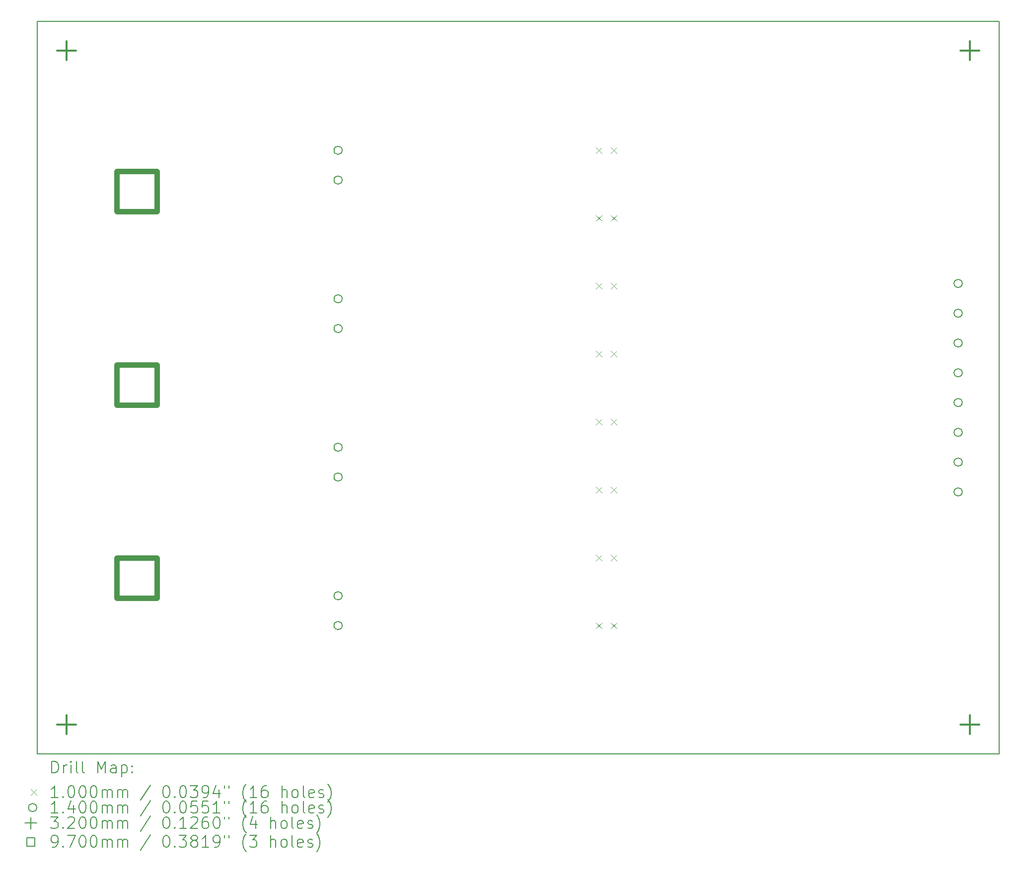
<source format=gbr>
%TF.GenerationSoftware,KiCad,Pcbnew,(6.0.11)*%
%TF.CreationDate,2023-08-08T10:57:55-03:00*%
%TF.ProjectId,qds-cv-jig-hw,7164732d-6376-42d6-9a69-672d68772e6b,rev?*%
%TF.SameCoordinates,Original*%
%TF.FileFunction,Drillmap*%
%TF.FilePolarity,Positive*%
%FSLAX45Y45*%
G04 Gerber Fmt 4.5, Leading zero omitted, Abs format (unit mm)*
G04 Created by KiCad (PCBNEW (6.0.11)) date 2023-08-08 10:57:55*
%MOMM*%
%LPD*%
G01*
G04 APERTURE LIST*
%ADD10C,0.200000*%
%ADD11C,0.100000*%
%ADD12C,0.140000*%
%ADD13C,0.320000*%
%ADD14C,0.970000*%
G04 APERTURE END LIST*
D10*
X6300000Y-3500000D02*
X22700000Y-3500000D01*
X22700000Y-3500000D02*
X22700000Y-16000000D01*
X22700000Y-16000000D02*
X6300000Y-16000000D01*
X6300000Y-16000000D02*
X6300000Y-3500000D01*
D11*
X15822500Y-5650000D02*
X15922500Y-5750000D01*
X15922500Y-5650000D02*
X15822500Y-5750000D01*
X15822500Y-6808286D02*
X15922500Y-6908286D01*
X15922500Y-6808286D02*
X15822500Y-6908286D01*
X15822500Y-7966571D02*
X15922500Y-8066571D01*
X15922500Y-7966571D02*
X15822500Y-8066571D01*
X15822500Y-9124857D02*
X15922500Y-9224857D01*
X15922500Y-9124857D02*
X15822500Y-9224857D01*
X15822500Y-10283143D02*
X15922500Y-10383143D01*
X15922500Y-10283143D02*
X15822500Y-10383143D01*
X15822500Y-11441428D02*
X15922500Y-11541428D01*
X15922500Y-11441428D02*
X15822500Y-11541428D01*
X15822500Y-12599714D02*
X15922500Y-12699714D01*
X15922500Y-12599714D02*
X15822500Y-12699714D01*
X15822500Y-13758000D02*
X15922500Y-13858000D01*
X15922500Y-13758000D02*
X15822500Y-13858000D01*
X16076500Y-5650000D02*
X16176500Y-5750000D01*
X16176500Y-5650000D02*
X16076500Y-5750000D01*
X16076500Y-6808286D02*
X16176500Y-6908286D01*
X16176500Y-6808286D02*
X16076500Y-6908286D01*
X16076500Y-7966571D02*
X16176500Y-8066571D01*
X16176500Y-7966571D02*
X16076500Y-8066571D01*
X16076500Y-9124857D02*
X16176500Y-9224857D01*
X16176500Y-9124857D02*
X16076500Y-9224857D01*
X16076500Y-10283143D02*
X16176500Y-10383143D01*
X16176500Y-10283143D02*
X16076500Y-10383143D01*
X16076500Y-11441428D02*
X16176500Y-11541428D01*
X16176500Y-11441428D02*
X16076500Y-11541428D01*
X16076500Y-12599714D02*
X16176500Y-12699714D01*
X16176500Y-12599714D02*
X16076500Y-12699714D01*
X16076500Y-13758000D02*
X16176500Y-13858000D01*
X16176500Y-13758000D02*
X16076500Y-13858000D01*
D12*
X11497750Y-5700000D02*
G75*
G03*
X11497750Y-5700000I-70000J0D01*
G01*
X11497750Y-6208000D02*
G75*
G03*
X11497750Y-6208000I-70000J0D01*
G01*
X11497750Y-8233333D02*
G75*
G03*
X11497750Y-8233333I-70000J0D01*
G01*
X11497750Y-8741333D02*
G75*
G03*
X11497750Y-8741333I-70000J0D01*
G01*
X11497750Y-10766667D02*
G75*
G03*
X11497750Y-10766667I-70000J0D01*
G01*
X11497750Y-11274667D02*
G75*
G03*
X11497750Y-11274667I-70000J0D01*
G01*
X11497750Y-13300000D02*
G75*
G03*
X11497750Y-13300000I-70000J0D01*
G01*
X11497750Y-13808000D02*
G75*
G03*
X11497750Y-13808000I-70000J0D01*
G01*
X22070000Y-7972000D02*
G75*
G03*
X22070000Y-7972000I-70000J0D01*
G01*
X22070000Y-8480000D02*
G75*
G03*
X22070000Y-8480000I-70000J0D01*
G01*
X22070000Y-8988000D02*
G75*
G03*
X22070000Y-8988000I-70000J0D01*
G01*
X22070000Y-9496000D02*
G75*
G03*
X22070000Y-9496000I-70000J0D01*
G01*
X22070000Y-10004000D02*
G75*
G03*
X22070000Y-10004000I-70000J0D01*
G01*
X22070000Y-10512000D02*
G75*
G03*
X22070000Y-10512000I-70000J0D01*
G01*
X22070000Y-11020000D02*
G75*
G03*
X22070000Y-11020000I-70000J0D01*
G01*
X22070000Y-11528000D02*
G75*
G03*
X22070000Y-11528000I-70000J0D01*
G01*
D13*
X6800000Y-3840000D02*
X6800000Y-4160000D01*
X6640000Y-4000000D02*
X6960000Y-4000000D01*
X6800000Y-15340000D02*
X6800000Y-15660000D01*
X6640000Y-15500000D02*
X6960000Y-15500000D01*
X22200000Y-3840000D02*
X22200000Y-4160000D01*
X22040000Y-4000000D02*
X22360000Y-4000000D01*
X22200000Y-15340000D02*
X22200000Y-15660000D01*
X22040000Y-15500000D02*
X22360000Y-15500000D01*
D14*
X8342950Y-6742950D02*
X8342950Y-6057050D01*
X7657050Y-6057050D01*
X7657050Y-6742950D01*
X8342950Y-6742950D01*
X8342950Y-10042950D02*
X8342950Y-9357050D01*
X7657050Y-9357050D01*
X7657050Y-10042950D01*
X8342950Y-10042950D01*
X8342950Y-13342950D02*
X8342950Y-12657050D01*
X7657050Y-12657050D01*
X7657050Y-13342950D01*
X8342950Y-13342950D01*
D10*
X6547619Y-16320476D02*
X6547619Y-16120476D01*
X6595238Y-16120476D01*
X6623809Y-16130000D01*
X6642857Y-16149048D01*
X6652381Y-16168095D01*
X6661905Y-16206190D01*
X6661905Y-16234762D01*
X6652381Y-16272857D01*
X6642857Y-16291905D01*
X6623809Y-16310952D01*
X6595238Y-16320476D01*
X6547619Y-16320476D01*
X6747619Y-16320476D02*
X6747619Y-16187143D01*
X6747619Y-16225238D02*
X6757143Y-16206190D01*
X6766667Y-16196667D01*
X6785714Y-16187143D01*
X6804762Y-16187143D01*
X6871428Y-16320476D02*
X6871428Y-16187143D01*
X6871428Y-16120476D02*
X6861905Y-16130000D01*
X6871428Y-16139524D01*
X6880952Y-16130000D01*
X6871428Y-16120476D01*
X6871428Y-16139524D01*
X6995238Y-16320476D02*
X6976190Y-16310952D01*
X6966667Y-16291905D01*
X6966667Y-16120476D01*
X7100000Y-16320476D02*
X7080952Y-16310952D01*
X7071428Y-16291905D01*
X7071428Y-16120476D01*
X7328571Y-16320476D02*
X7328571Y-16120476D01*
X7395238Y-16263333D01*
X7461905Y-16120476D01*
X7461905Y-16320476D01*
X7642857Y-16320476D02*
X7642857Y-16215714D01*
X7633333Y-16196667D01*
X7614286Y-16187143D01*
X7576190Y-16187143D01*
X7557143Y-16196667D01*
X7642857Y-16310952D02*
X7623809Y-16320476D01*
X7576190Y-16320476D01*
X7557143Y-16310952D01*
X7547619Y-16291905D01*
X7547619Y-16272857D01*
X7557143Y-16253809D01*
X7576190Y-16244286D01*
X7623809Y-16244286D01*
X7642857Y-16234762D01*
X7738095Y-16187143D02*
X7738095Y-16387143D01*
X7738095Y-16196667D02*
X7757143Y-16187143D01*
X7795238Y-16187143D01*
X7814286Y-16196667D01*
X7823809Y-16206190D01*
X7833333Y-16225238D01*
X7833333Y-16282381D01*
X7823809Y-16301428D01*
X7814286Y-16310952D01*
X7795238Y-16320476D01*
X7757143Y-16320476D01*
X7738095Y-16310952D01*
X7919048Y-16301428D02*
X7928571Y-16310952D01*
X7919048Y-16320476D01*
X7909524Y-16310952D01*
X7919048Y-16301428D01*
X7919048Y-16320476D01*
X7919048Y-16196667D02*
X7928571Y-16206190D01*
X7919048Y-16215714D01*
X7909524Y-16206190D01*
X7919048Y-16196667D01*
X7919048Y-16215714D01*
D11*
X6190000Y-16600000D02*
X6290000Y-16700000D01*
X6290000Y-16600000D02*
X6190000Y-16700000D01*
D10*
X6652381Y-16740476D02*
X6538095Y-16740476D01*
X6595238Y-16740476D02*
X6595238Y-16540476D01*
X6576190Y-16569048D01*
X6557143Y-16588095D01*
X6538095Y-16597619D01*
X6738095Y-16721428D02*
X6747619Y-16730952D01*
X6738095Y-16740476D01*
X6728571Y-16730952D01*
X6738095Y-16721428D01*
X6738095Y-16740476D01*
X6871428Y-16540476D02*
X6890476Y-16540476D01*
X6909524Y-16550000D01*
X6919048Y-16559524D01*
X6928571Y-16578571D01*
X6938095Y-16616667D01*
X6938095Y-16664286D01*
X6928571Y-16702381D01*
X6919048Y-16721428D01*
X6909524Y-16730952D01*
X6890476Y-16740476D01*
X6871428Y-16740476D01*
X6852381Y-16730952D01*
X6842857Y-16721428D01*
X6833333Y-16702381D01*
X6823809Y-16664286D01*
X6823809Y-16616667D01*
X6833333Y-16578571D01*
X6842857Y-16559524D01*
X6852381Y-16550000D01*
X6871428Y-16540476D01*
X7061905Y-16540476D02*
X7080952Y-16540476D01*
X7100000Y-16550000D01*
X7109524Y-16559524D01*
X7119048Y-16578571D01*
X7128571Y-16616667D01*
X7128571Y-16664286D01*
X7119048Y-16702381D01*
X7109524Y-16721428D01*
X7100000Y-16730952D01*
X7080952Y-16740476D01*
X7061905Y-16740476D01*
X7042857Y-16730952D01*
X7033333Y-16721428D01*
X7023809Y-16702381D01*
X7014286Y-16664286D01*
X7014286Y-16616667D01*
X7023809Y-16578571D01*
X7033333Y-16559524D01*
X7042857Y-16550000D01*
X7061905Y-16540476D01*
X7252381Y-16540476D02*
X7271428Y-16540476D01*
X7290476Y-16550000D01*
X7300000Y-16559524D01*
X7309524Y-16578571D01*
X7319048Y-16616667D01*
X7319048Y-16664286D01*
X7309524Y-16702381D01*
X7300000Y-16721428D01*
X7290476Y-16730952D01*
X7271428Y-16740476D01*
X7252381Y-16740476D01*
X7233333Y-16730952D01*
X7223809Y-16721428D01*
X7214286Y-16702381D01*
X7204762Y-16664286D01*
X7204762Y-16616667D01*
X7214286Y-16578571D01*
X7223809Y-16559524D01*
X7233333Y-16550000D01*
X7252381Y-16540476D01*
X7404762Y-16740476D02*
X7404762Y-16607143D01*
X7404762Y-16626190D02*
X7414286Y-16616667D01*
X7433333Y-16607143D01*
X7461905Y-16607143D01*
X7480952Y-16616667D01*
X7490476Y-16635714D01*
X7490476Y-16740476D01*
X7490476Y-16635714D02*
X7500000Y-16616667D01*
X7519048Y-16607143D01*
X7547619Y-16607143D01*
X7566667Y-16616667D01*
X7576190Y-16635714D01*
X7576190Y-16740476D01*
X7671428Y-16740476D02*
X7671428Y-16607143D01*
X7671428Y-16626190D02*
X7680952Y-16616667D01*
X7700000Y-16607143D01*
X7728571Y-16607143D01*
X7747619Y-16616667D01*
X7757143Y-16635714D01*
X7757143Y-16740476D01*
X7757143Y-16635714D02*
X7766667Y-16616667D01*
X7785714Y-16607143D01*
X7814286Y-16607143D01*
X7833333Y-16616667D01*
X7842857Y-16635714D01*
X7842857Y-16740476D01*
X8233333Y-16530952D02*
X8061905Y-16788095D01*
X8490476Y-16540476D02*
X8509524Y-16540476D01*
X8528571Y-16550000D01*
X8538095Y-16559524D01*
X8547619Y-16578571D01*
X8557143Y-16616667D01*
X8557143Y-16664286D01*
X8547619Y-16702381D01*
X8538095Y-16721428D01*
X8528571Y-16730952D01*
X8509524Y-16740476D01*
X8490476Y-16740476D01*
X8471429Y-16730952D01*
X8461905Y-16721428D01*
X8452381Y-16702381D01*
X8442857Y-16664286D01*
X8442857Y-16616667D01*
X8452381Y-16578571D01*
X8461905Y-16559524D01*
X8471429Y-16550000D01*
X8490476Y-16540476D01*
X8642857Y-16721428D02*
X8652381Y-16730952D01*
X8642857Y-16740476D01*
X8633333Y-16730952D01*
X8642857Y-16721428D01*
X8642857Y-16740476D01*
X8776190Y-16540476D02*
X8795238Y-16540476D01*
X8814286Y-16550000D01*
X8823810Y-16559524D01*
X8833333Y-16578571D01*
X8842857Y-16616667D01*
X8842857Y-16664286D01*
X8833333Y-16702381D01*
X8823810Y-16721428D01*
X8814286Y-16730952D01*
X8795238Y-16740476D01*
X8776190Y-16740476D01*
X8757143Y-16730952D01*
X8747619Y-16721428D01*
X8738095Y-16702381D01*
X8728571Y-16664286D01*
X8728571Y-16616667D01*
X8738095Y-16578571D01*
X8747619Y-16559524D01*
X8757143Y-16550000D01*
X8776190Y-16540476D01*
X8909524Y-16540476D02*
X9033333Y-16540476D01*
X8966667Y-16616667D01*
X8995238Y-16616667D01*
X9014286Y-16626190D01*
X9023810Y-16635714D01*
X9033333Y-16654762D01*
X9033333Y-16702381D01*
X9023810Y-16721428D01*
X9014286Y-16730952D01*
X8995238Y-16740476D01*
X8938095Y-16740476D01*
X8919048Y-16730952D01*
X8909524Y-16721428D01*
X9128571Y-16740476D02*
X9166667Y-16740476D01*
X9185714Y-16730952D01*
X9195238Y-16721428D01*
X9214286Y-16692857D01*
X9223810Y-16654762D01*
X9223810Y-16578571D01*
X9214286Y-16559524D01*
X9204762Y-16550000D01*
X9185714Y-16540476D01*
X9147619Y-16540476D01*
X9128571Y-16550000D01*
X9119048Y-16559524D01*
X9109524Y-16578571D01*
X9109524Y-16626190D01*
X9119048Y-16645238D01*
X9128571Y-16654762D01*
X9147619Y-16664286D01*
X9185714Y-16664286D01*
X9204762Y-16654762D01*
X9214286Y-16645238D01*
X9223810Y-16626190D01*
X9395238Y-16607143D02*
X9395238Y-16740476D01*
X9347619Y-16530952D02*
X9300000Y-16673809D01*
X9423810Y-16673809D01*
X9490476Y-16540476D02*
X9490476Y-16578571D01*
X9566667Y-16540476D02*
X9566667Y-16578571D01*
X9861905Y-16816667D02*
X9852381Y-16807143D01*
X9833333Y-16778571D01*
X9823810Y-16759524D01*
X9814286Y-16730952D01*
X9804762Y-16683333D01*
X9804762Y-16645238D01*
X9814286Y-16597619D01*
X9823810Y-16569048D01*
X9833333Y-16550000D01*
X9852381Y-16521428D01*
X9861905Y-16511905D01*
X10042857Y-16740476D02*
X9928571Y-16740476D01*
X9985714Y-16740476D02*
X9985714Y-16540476D01*
X9966667Y-16569048D01*
X9947619Y-16588095D01*
X9928571Y-16597619D01*
X10214286Y-16540476D02*
X10176190Y-16540476D01*
X10157143Y-16550000D01*
X10147619Y-16559524D01*
X10128571Y-16588095D01*
X10119048Y-16626190D01*
X10119048Y-16702381D01*
X10128571Y-16721428D01*
X10138095Y-16730952D01*
X10157143Y-16740476D01*
X10195238Y-16740476D01*
X10214286Y-16730952D01*
X10223810Y-16721428D01*
X10233333Y-16702381D01*
X10233333Y-16654762D01*
X10223810Y-16635714D01*
X10214286Y-16626190D01*
X10195238Y-16616667D01*
X10157143Y-16616667D01*
X10138095Y-16626190D01*
X10128571Y-16635714D01*
X10119048Y-16654762D01*
X10471429Y-16740476D02*
X10471429Y-16540476D01*
X10557143Y-16740476D02*
X10557143Y-16635714D01*
X10547619Y-16616667D01*
X10528571Y-16607143D01*
X10500000Y-16607143D01*
X10480952Y-16616667D01*
X10471429Y-16626190D01*
X10680952Y-16740476D02*
X10661905Y-16730952D01*
X10652381Y-16721428D01*
X10642857Y-16702381D01*
X10642857Y-16645238D01*
X10652381Y-16626190D01*
X10661905Y-16616667D01*
X10680952Y-16607143D01*
X10709524Y-16607143D01*
X10728571Y-16616667D01*
X10738095Y-16626190D01*
X10747619Y-16645238D01*
X10747619Y-16702381D01*
X10738095Y-16721428D01*
X10728571Y-16730952D01*
X10709524Y-16740476D01*
X10680952Y-16740476D01*
X10861905Y-16740476D02*
X10842857Y-16730952D01*
X10833333Y-16711905D01*
X10833333Y-16540476D01*
X11014286Y-16730952D02*
X10995238Y-16740476D01*
X10957143Y-16740476D01*
X10938095Y-16730952D01*
X10928571Y-16711905D01*
X10928571Y-16635714D01*
X10938095Y-16616667D01*
X10957143Y-16607143D01*
X10995238Y-16607143D01*
X11014286Y-16616667D01*
X11023810Y-16635714D01*
X11023810Y-16654762D01*
X10928571Y-16673809D01*
X11100000Y-16730952D02*
X11119048Y-16740476D01*
X11157143Y-16740476D01*
X11176190Y-16730952D01*
X11185714Y-16711905D01*
X11185714Y-16702381D01*
X11176190Y-16683333D01*
X11157143Y-16673809D01*
X11128571Y-16673809D01*
X11109524Y-16664286D01*
X11100000Y-16645238D01*
X11100000Y-16635714D01*
X11109524Y-16616667D01*
X11128571Y-16607143D01*
X11157143Y-16607143D01*
X11176190Y-16616667D01*
X11252381Y-16816667D02*
X11261905Y-16807143D01*
X11280952Y-16778571D01*
X11290476Y-16759524D01*
X11300000Y-16730952D01*
X11309524Y-16683333D01*
X11309524Y-16645238D01*
X11300000Y-16597619D01*
X11290476Y-16569048D01*
X11280952Y-16550000D01*
X11261905Y-16521428D01*
X11252381Y-16511905D01*
D12*
X6290000Y-16914000D02*
G75*
G03*
X6290000Y-16914000I-70000J0D01*
G01*
D10*
X6652381Y-17004476D02*
X6538095Y-17004476D01*
X6595238Y-17004476D02*
X6595238Y-16804476D01*
X6576190Y-16833048D01*
X6557143Y-16852095D01*
X6538095Y-16861619D01*
X6738095Y-16985429D02*
X6747619Y-16994952D01*
X6738095Y-17004476D01*
X6728571Y-16994952D01*
X6738095Y-16985429D01*
X6738095Y-17004476D01*
X6919048Y-16871143D02*
X6919048Y-17004476D01*
X6871428Y-16794952D02*
X6823809Y-16937810D01*
X6947619Y-16937810D01*
X7061905Y-16804476D02*
X7080952Y-16804476D01*
X7100000Y-16814000D01*
X7109524Y-16823524D01*
X7119048Y-16842571D01*
X7128571Y-16880667D01*
X7128571Y-16928286D01*
X7119048Y-16966381D01*
X7109524Y-16985429D01*
X7100000Y-16994952D01*
X7080952Y-17004476D01*
X7061905Y-17004476D01*
X7042857Y-16994952D01*
X7033333Y-16985429D01*
X7023809Y-16966381D01*
X7014286Y-16928286D01*
X7014286Y-16880667D01*
X7023809Y-16842571D01*
X7033333Y-16823524D01*
X7042857Y-16814000D01*
X7061905Y-16804476D01*
X7252381Y-16804476D02*
X7271428Y-16804476D01*
X7290476Y-16814000D01*
X7300000Y-16823524D01*
X7309524Y-16842571D01*
X7319048Y-16880667D01*
X7319048Y-16928286D01*
X7309524Y-16966381D01*
X7300000Y-16985429D01*
X7290476Y-16994952D01*
X7271428Y-17004476D01*
X7252381Y-17004476D01*
X7233333Y-16994952D01*
X7223809Y-16985429D01*
X7214286Y-16966381D01*
X7204762Y-16928286D01*
X7204762Y-16880667D01*
X7214286Y-16842571D01*
X7223809Y-16823524D01*
X7233333Y-16814000D01*
X7252381Y-16804476D01*
X7404762Y-17004476D02*
X7404762Y-16871143D01*
X7404762Y-16890190D02*
X7414286Y-16880667D01*
X7433333Y-16871143D01*
X7461905Y-16871143D01*
X7480952Y-16880667D01*
X7490476Y-16899714D01*
X7490476Y-17004476D01*
X7490476Y-16899714D02*
X7500000Y-16880667D01*
X7519048Y-16871143D01*
X7547619Y-16871143D01*
X7566667Y-16880667D01*
X7576190Y-16899714D01*
X7576190Y-17004476D01*
X7671428Y-17004476D02*
X7671428Y-16871143D01*
X7671428Y-16890190D02*
X7680952Y-16880667D01*
X7700000Y-16871143D01*
X7728571Y-16871143D01*
X7747619Y-16880667D01*
X7757143Y-16899714D01*
X7757143Y-17004476D01*
X7757143Y-16899714D02*
X7766667Y-16880667D01*
X7785714Y-16871143D01*
X7814286Y-16871143D01*
X7833333Y-16880667D01*
X7842857Y-16899714D01*
X7842857Y-17004476D01*
X8233333Y-16794952D02*
X8061905Y-17052095D01*
X8490476Y-16804476D02*
X8509524Y-16804476D01*
X8528571Y-16814000D01*
X8538095Y-16823524D01*
X8547619Y-16842571D01*
X8557143Y-16880667D01*
X8557143Y-16928286D01*
X8547619Y-16966381D01*
X8538095Y-16985429D01*
X8528571Y-16994952D01*
X8509524Y-17004476D01*
X8490476Y-17004476D01*
X8471429Y-16994952D01*
X8461905Y-16985429D01*
X8452381Y-16966381D01*
X8442857Y-16928286D01*
X8442857Y-16880667D01*
X8452381Y-16842571D01*
X8461905Y-16823524D01*
X8471429Y-16814000D01*
X8490476Y-16804476D01*
X8642857Y-16985429D02*
X8652381Y-16994952D01*
X8642857Y-17004476D01*
X8633333Y-16994952D01*
X8642857Y-16985429D01*
X8642857Y-17004476D01*
X8776190Y-16804476D02*
X8795238Y-16804476D01*
X8814286Y-16814000D01*
X8823810Y-16823524D01*
X8833333Y-16842571D01*
X8842857Y-16880667D01*
X8842857Y-16928286D01*
X8833333Y-16966381D01*
X8823810Y-16985429D01*
X8814286Y-16994952D01*
X8795238Y-17004476D01*
X8776190Y-17004476D01*
X8757143Y-16994952D01*
X8747619Y-16985429D01*
X8738095Y-16966381D01*
X8728571Y-16928286D01*
X8728571Y-16880667D01*
X8738095Y-16842571D01*
X8747619Y-16823524D01*
X8757143Y-16814000D01*
X8776190Y-16804476D01*
X9023810Y-16804476D02*
X8928571Y-16804476D01*
X8919048Y-16899714D01*
X8928571Y-16890190D01*
X8947619Y-16880667D01*
X8995238Y-16880667D01*
X9014286Y-16890190D01*
X9023810Y-16899714D01*
X9033333Y-16918762D01*
X9033333Y-16966381D01*
X9023810Y-16985429D01*
X9014286Y-16994952D01*
X8995238Y-17004476D01*
X8947619Y-17004476D01*
X8928571Y-16994952D01*
X8919048Y-16985429D01*
X9214286Y-16804476D02*
X9119048Y-16804476D01*
X9109524Y-16899714D01*
X9119048Y-16890190D01*
X9138095Y-16880667D01*
X9185714Y-16880667D01*
X9204762Y-16890190D01*
X9214286Y-16899714D01*
X9223810Y-16918762D01*
X9223810Y-16966381D01*
X9214286Y-16985429D01*
X9204762Y-16994952D01*
X9185714Y-17004476D01*
X9138095Y-17004476D01*
X9119048Y-16994952D01*
X9109524Y-16985429D01*
X9414286Y-17004476D02*
X9300000Y-17004476D01*
X9357143Y-17004476D02*
X9357143Y-16804476D01*
X9338095Y-16833048D01*
X9319048Y-16852095D01*
X9300000Y-16861619D01*
X9490476Y-16804476D02*
X9490476Y-16842571D01*
X9566667Y-16804476D02*
X9566667Y-16842571D01*
X9861905Y-17080667D02*
X9852381Y-17071143D01*
X9833333Y-17042571D01*
X9823810Y-17023524D01*
X9814286Y-16994952D01*
X9804762Y-16947333D01*
X9804762Y-16909238D01*
X9814286Y-16861619D01*
X9823810Y-16833048D01*
X9833333Y-16814000D01*
X9852381Y-16785429D01*
X9861905Y-16775905D01*
X10042857Y-17004476D02*
X9928571Y-17004476D01*
X9985714Y-17004476D02*
X9985714Y-16804476D01*
X9966667Y-16833048D01*
X9947619Y-16852095D01*
X9928571Y-16861619D01*
X10214286Y-16804476D02*
X10176190Y-16804476D01*
X10157143Y-16814000D01*
X10147619Y-16823524D01*
X10128571Y-16852095D01*
X10119048Y-16890190D01*
X10119048Y-16966381D01*
X10128571Y-16985429D01*
X10138095Y-16994952D01*
X10157143Y-17004476D01*
X10195238Y-17004476D01*
X10214286Y-16994952D01*
X10223810Y-16985429D01*
X10233333Y-16966381D01*
X10233333Y-16918762D01*
X10223810Y-16899714D01*
X10214286Y-16890190D01*
X10195238Y-16880667D01*
X10157143Y-16880667D01*
X10138095Y-16890190D01*
X10128571Y-16899714D01*
X10119048Y-16918762D01*
X10471429Y-17004476D02*
X10471429Y-16804476D01*
X10557143Y-17004476D02*
X10557143Y-16899714D01*
X10547619Y-16880667D01*
X10528571Y-16871143D01*
X10500000Y-16871143D01*
X10480952Y-16880667D01*
X10471429Y-16890190D01*
X10680952Y-17004476D02*
X10661905Y-16994952D01*
X10652381Y-16985429D01*
X10642857Y-16966381D01*
X10642857Y-16909238D01*
X10652381Y-16890190D01*
X10661905Y-16880667D01*
X10680952Y-16871143D01*
X10709524Y-16871143D01*
X10728571Y-16880667D01*
X10738095Y-16890190D01*
X10747619Y-16909238D01*
X10747619Y-16966381D01*
X10738095Y-16985429D01*
X10728571Y-16994952D01*
X10709524Y-17004476D01*
X10680952Y-17004476D01*
X10861905Y-17004476D02*
X10842857Y-16994952D01*
X10833333Y-16975905D01*
X10833333Y-16804476D01*
X11014286Y-16994952D02*
X10995238Y-17004476D01*
X10957143Y-17004476D01*
X10938095Y-16994952D01*
X10928571Y-16975905D01*
X10928571Y-16899714D01*
X10938095Y-16880667D01*
X10957143Y-16871143D01*
X10995238Y-16871143D01*
X11014286Y-16880667D01*
X11023810Y-16899714D01*
X11023810Y-16918762D01*
X10928571Y-16937810D01*
X11100000Y-16994952D02*
X11119048Y-17004476D01*
X11157143Y-17004476D01*
X11176190Y-16994952D01*
X11185714Y-16975905D01*
X11185714Y-16966381D01*
X11176190Y-16947333D01*
X11157143Y-16937810D01*
X11128571Y-16937810D01*
X11109524Y-16928286D01*
X11100000Y-16909238D01*
X11100000Y-16899714D01*
X11109524Y-16880667D01*
X11128571Y-16871143D01*
X11157143Y-16871143D01*
X11176190Y-16880667D01*
X11252381Y-17080667D02*
X11261905Y-17071143D01*
X11280952Y-17042571D01*
X11290476Y-17023524D01*
X11300000Y-16994952D01*
X11309524Y-16947333D01*
X11309524Y-16909238D01*
X11300000Y-16861619D01*
X11290476Y-16833048D01*
X11280952Y-16814000D01*
X11261905Y-16785429D01*
X11252381Y-16775905D01*
X6190000Y-17078000D02*
X6190000Y-17278000D01*
X6090000Y-17178000D02*
X6290000Y-17178000D01*
X6528571Y-17068476D02*
X6652381Y-17068476D01*
X6585714Y-17144667D01*
X6614286Y-17144667D01*
X6633333Y-17154190D01*
X6642857Y-17163714D01*
X6652381Y-17182762D01*
X6652381Y-17230381D01*
X6642857Y-17249429D01*
X6633333Y-17258952D01*
X6614286Y-17268476D01*
X6557143Y-17268476D01*
X6538095Y-17258952D01*
X6528571Y-17249429D01*
X6738095Y-17249429D02*
X6747619Y-17258952D01*
X6738095Y-17268476D01*
X6728571Y-17258952D01*
X6738095Y-17249429D01*
X6738095Y-17268476D01*
X6823809Y-17087524D02*
X6833333Y-17078000D01*
X6852381Y-17068476D01*
X6900000Y-17068476D01*
X6919048Y-17078000D01*
X6928571Y-17087524D01*
X6938095Y-17106571D01*
X6938095Y-17125619D01*
X6928571Y-17154190D01*
X6814286Y-17268476D01*
X6938095Y-17268476D01*
X7061905Y-17068476D02*
X7080952Y-17068476D01*
X7100000Y-17078000D01*
X7109524Y-17087524D01*
X7119048Y-17106571D01*
X7128571Y-17144667D01*
X7128571Y-17192286D01*
X7119048Y-17230381D01*
X7109524Y-17249429D01*
X7100000Y-17258952D01*
X7080952Y-17268476D01*
X7061905Y-17268476D01*
X7042857Y-17258952D01*
X7033333Y-17249429D01*
X7023809Y-17230381D01*
X7014286Y-17192286D01*
X7014286Y-17144667D01*
X7023809Y-17106571D01*
X7033333Y-17087524D01*
X7042857Y-17078000D01*
X7061905Y-17068476D01*
X7252381Y-17068476D02*
X7271428Y-17068476D01*
X7290476Y-17078000D01*
X7300000Y-17087524D01*
X7309524Y-17106571D01*
X7319048Y-17144667D01*
X7319048Y-17192286D01*
X7309524Y-17230381D01*
X7300000Y-17249429D01*
X7290476Y-17258952D01*
X7271428Y-17268476D01*
X7252381Y-17268476D01*
X7233333Y-17258952D01*
X7223809Y-17249429D01*
X7214286Y-17230381D01*
X7204762Y-17192286D01*
X7204762Y-17144667D01*
X7214286Y-17106571D01*
X7223809Y-17087524D01*
X7233333Y-17078000D01*
X7252381Y-17068476D01*
X7404762Y-17268476D02*
X7404762Y-17135143D01*
X7404762Y-17154190D02*
X7414286Y-17144667D01*
X7433333Y-17135143D01*
X7461905Y-17135143D01*
X7480952Y-17144667D01*
X7490476Y-17163714D01*
X7490476Y-17268476D01*
X7490476Y-17163714D02*
X7500000Y-17144667D01*
X7519048Y-17135143D01*
X7547619Y-17135143D01*
X7566667Y-17144667D01*
X7576190Y-17163714D01*
X7576190Y-17268476D01*
X7671428Y-17268476D02*
X7671428Y-17135143D01*
X7671428Y-17154190D02*
X7680952Y-17144667D01*
X7700000Y-17135143D01*
X7728571Y-17135143D01*
X7747619Y-17144667D01*
X7757143Y-17163714D01*
X7757143Y-17268476D01*
X7757143Y-17163714D02*
X7766667Y-17144667D01*
X7785714Y-17135143D01*
X7814286Y-17135143D01*
X7833333Y-17144667D01*
X7842857Y-17163714D01*
X7842857Y-17268476D01*
X8233333Y-17058952D02*
X8061905Y-17316095D01*
X8490476Y-17068476D02*
X8509524Y-17068476D01*
X8528571Y-17078000D01*
X8538095Y-17087524D01*
X8547619Y-17106571D01*
X8557143Y-17144667D01*
X8557143Y-17192286D01*
X8547619Y-17230381D01*
X8538095Y-17249429D01*
X8528571Y-17258952D01*
X8509524Y-17268476D01*
X8490476Y-17268476D01*
X8471429Y-17258952D01*
X8461905Y-17249429D01*
X8452381Y-17230381D01*
X8442857Y-17192286D01*
X8442857Y-17144667D01*
X8452381Y-17106571D01*
X8461905Y-17087524D01*
X8471429Y-17078000D01*
X8490476Y-17068476D01*
X8642857Y-17249429D02*
X8652381Y-17258952D01*
X8642857Y-17268476D01*
X8633333Y-17258952D01*
X8642857Y-17249429D01*
X8642857Y-17268476D01*
X8842857Y-17268476D02*
X8728571Y-17268476D01*
X8785714Y-17268476D02*
X8785714Y-17068476D01*
X8766667Y-17097048D01*
X8747619Y-17116095D01*
X8728571Y-17125619D01*
X8919048Y-17087524D02*
X8928571Y-17078000D01*
X8947619Y-17068476D01*
X8995238Y-17068476D01*
X9014286Y-17078000D01*
X9023810Y-17087524D01*
X9033333Y-17106571D01*
X9033333Y-17125619D01*
X9023810Y-17154190D01*
X8909524Y-17268476D01*
X9033333Y-17268476D01*
X9204762Y-17068476D02*
X9166667Y-17068476D01*
X9147619Y-17078000D01*
X9138095Y-17087524D01*
X9119048Y-17116095D01*
X9109524Y-17154190D01*
X9109524Y-17230381D01*
X9119048Y-17249429D01*
X9128571Y-17258952D01*
X9147619Y-17268476D01*
X9185714Y-17268476D01*
X9204762Y-17258952D01*
X9214286Y-17249429D01*
X9223810Y-17230381D01*
X9223810Y-17182762D01*
X9214286Y-17163714D01*
X9204762Y-17154190D01*
X9185714Y-17144667D01*
X9147619Y-17144667D01*
X9128571Y-17154190D01*
X9119048Y-17163714D01*
X9109524Y-17182762D01*
X9347619Y-17068476D02*
X9366667Y-17068476D01*
X9385714Y-17078000D01*
X9395238Y-17087524D01*
X9404762Y-17106571D01*
X9414286Y-17144667D01*
X9414286Y-17192286D01*
X9404762Y-17230381D01*
X9395238Y-17249429D01*
X9385714Y-17258952D01*
X9366667Y-17268476D01*
X9347619Y-17268476D01*
X9328571Y-17258952D01*
X9319048Y-17249429D01*
X9309524Y-17230381D01*
X9300000Y-17192286D01*
X9300000Y-17144667D01*
X9309524Y-17106571D01*
X9319048Y-17087524D01*
X9328571Y-17078000D01*
X9347619Y-17068476D01*
X9490476Y-17068476D02*
X9490476Y-17106571D01*
X9566667Y-17068476D02*
X9566667Y-17106571D01*
X9861905Y-17344667D02*
X9852381Y-17335143D01*
X9833333Y-17306571D01*
X9823810Y-17287524D01*
X9814286Y-17258952D01*
X9804762Y-17211333D01*
X9804762Y-17173238D01*
X9814286Y-17125619D01*
X9823810Y-17097048D01*
X9833333Y-17078000D01*
X9852381Y-17049429D01*
X9861905Y-17039905D01*
X10023810Y-17135143D02*
X10023810Y-17268476D01*
X9976190Y-17058952D02*
X9928571Y-17201810D01*
X10052381Y-17201810D01*
X10280952Y-17268476D02*
X10280952Y-17068476D01*
X10366667Y-17268476D02*
X10366667Y-17163714D01*
X10357143Y-17144667D01*
X10338095Y-17135143D01*
X10309524Y-17135143D01*
X10290476Y-17144667D01*
X10280952Y-17154190D01*
X10490476Y-17268476D02*
X10471429Y-17258952D01*
X10461905Y-17249429D01*
X10452381Y-17230381D01*
X10452381Y-17173238D01*
X10461905Y-17154190D01*
X10471429Y-17144667D01*
X10490476Y-17135143D01*
X10519048Y-17135143D01*
X10538095Y-17144667D01*
X10547619Y-17154190D01*
X10557143Y-17173238D01*
X10557143Y-17230381D01*
X10547619Y-17249429D01*
X10538095Y-17258952D01*
X10519048Y-17268476D01*
X10490476Y-17268476D01*
X10671429Y-17268476D02*
X10652381Y-17258952D01*
X10642857Y-17239905D01*
X10642857Y-17068476D01*
X10823810Y-17258952D02*
X10804762Y-17268476D01*
X10766667Y-17268476D01*
X10747619Y-17258952D01*
X10738095Y-17239905D01*
X10738095Y-17163714D01*
X10747619Y-17144667D01*
X10766667Y-17135143D01*
X10804762Y-17135143D01*
X10823810Y-17144667D01*
X10833333Y-17163714D01*
X10833333Y-17182762D01*
X10738095Y-17201810D01*
X10909524Y-17258952D02*
X10928571Y-17268476D01*
X10966667Y-17268476D01*
X10985714Y-17258952D01*
X10995238Y-17239905D01*
X10995238Y-17230381D01*
X10985714Y-17211333D01*
X10966667Y-17201810D01*
X10938095Y-17201810D01*
X10919048Y-17192286D01*
X10909524Y-17173238D01*
X10909524Y-17163714D01*
X10919048Y-17144667D01*
X10938095Y-17135143D01*
X10966667Y-17135143D01*
X10985714Y-17144667D01*
X11061905Y-17344667D02*
X11071429Y-17335143D01*
X11090476Y-17306571D01*
X11100000Y-17287524D01*
X11109524Y-17258952D01*
X11119048Y-17211333D01*
X11119048Y-17173238D01*
X11109524Y-17125619D01*
X11100000Y-17097048D01*
X11090476Y-17078000D01*
X11071429Y-17049429D01*
X11061905Y-17039905D01*
X6260711Y-17568711D02*
X6260711Y-17427289D01*
X6119289Y-17427289D01*
X6119289Y-17568711D01*
X6260711Y-17568711D01*
X6557143Y-17588476D02*
X6595238Y-17588476D01*
X6614286Y-17578952D01*
X6623809Y-17569429D01*
X6642857Y-17540857D01*
X6652381Y-17502762D01*
X6652381Y-17426571D01*
X6642857Y-17407524D01*
X6633333Y-17398000D01*
X6614286Y-17388476D01*
X6576190Y-17388476D01*
X6557143Y-17398000D01*
X6547619Y-17407524D01*
X6538095Y-17426571D01*
X6538095Y-17474190D01*
X6547619Y-17493238D01*
X6557143Y-17502762D01*
X6576190Y-17512286D01*
X6614286Y-17512286D01*
X6633333Y-17502762D01*
X6642857Y-17493238D01*
X6652381Y-17474190D01*
X6738095Y-17569429D02*
X6747619Y-17578952D01*
X6738095Y-17588476D01*
X6728571Y-17578952D01*
X6738095Y-17569429D01*
X6738095Y-17588476D01*
X6814286Y-17388476D02*
X6947619Y-17388476D01*
X6861905Y-17588476D01*
X7061905Y-17388476D02*
X7080952Y-17388476D01*
X7100000Y-17398000D01*
X7109524Y-17407524D01*
X7119048Y-17426571D01*
X7128571Y-17464667D01*
X7128571Y-17512286D01*
X7119048Y-17550381D01*
X7109524Y-17569429D01*
X7100000Y-17578952D01*
X7080952Y-17588476D01*
X7061905Y-17588476D01*
X7042857Y-17578952D01*
X7033333Y-17569429D01*
X7023809Y-17550381D01*
X7014286Y-17512286D01*
X7014286Y-17464667D01*
X7023809Y-17426571D01*
X7033333Y-17407524D01*
X7042857Y-17398000D01*
X7061905Y-17388476D01*
X7252381Y-17388476D02*
X7271428Y-17388476D01*
X7290476Y-17398000D01*
X7300000Y-17407524D01*
X7309524Y-17426571D01*
X7319048Y-17464667D01*
X7319048Y-17512286D01*
X7309524Y-17550381D01*
X7300000Y-17569429D01*
X7290476Y-17578952D01*
X7271428Y-17588476D01*
X7252381Y-17588476D01*
X7233333Y-17578952D01*
X7223809Y-17569429D01*
X7214286Y-17550381D01*
X7204762Y-17512286D01*
X7204762Y-17464667D01*
X7214286Y-17426571D01*
X7223809Y-17407524D01*
X7233333Y-17398000D01*
X7252381Y-17388476D01*
X7404762Y-17588476D02*
X7404762Y-17455143D01*
X7404762Y-17474190D02*
X7414286Y-17464667D01*
X7433333Y-17455143D01*
X7461905Y-17455143D01*
X7480952Y-17464667D01*
X7490476Y-17483714D01*
X7490476Y-17588476D01*
X7490476Y-17483714D02*
X7500000Y-17464667D01*
X7519048Y-17455143D01*
X7547619Y-17455143D01*
X7566667Y-17464667D01*
X7576190Y-17483714D01*
X7576190Y-17588476D01*
X7671428Y-17588476D02*
X7671428Y-17455143D01*
X7671428Y-17474190D02*
X7680952Y-17464667D01*
X7700000Y-17455143D01*
X7728571Y-17455143D01*
X7747619Y-17464667D01*
X7757143Y-17483714D01*
X7757143Y-17588476D01*
X7757143Y-17483714D02*
X7766667Y-17464667D01*
X7785714Y-17455143D01*
X7814286Y-17455143D01*
X7833333Y-17464667D01*
X7842857Y-17483714D01*
X7842857Y-17588476D01*
X8233333Y-17378952D02*
X8061905Y-17636095D01*
X8490476Y-17388476D02*
X8509524Y-17388476D01*
X8528571Y-17398000D01*
X8538095Y-17407524D01*
X8547619Y-17426571D01*
X8557143Y-17464667D01*
X8557143Y-17512286D01*
X8547619Y-17550381D01*
X8538095Y-17569429D01*
X8528571Y-17578952D01*
X8509524Y-17588476D01*
X8490476Y-17588476D01*
X8471429Y-17578952D01*
X8461905Y-17569429D01*
X8452381Y-17550381D01*
X8442857Y-17512286D01*
X8442857Y-17464667D01*
X8452381Y-17426571D01*
X8461905Y-17407524D01*
X8471429Y-17398000D01*
X8490476Y-17388476D01*
X8642857Y-17569429D02*
X8652381Y-17578952D01*
X8642857Y-17588476D01*
X8633333Y-17578952D01*
X8642857Y-17569429D01*
X8642857Y-17588476D01*
X8719048Y-17388476D02*
X8842857Y-17388476D01*
X8776190Y-17464667D01*
X8804762Y-17464667D01*
X8823810Y-17474190D01*
X8833333Y-17483714D01*
X8842857Y-17502762D01*
X8842857Y-17550381D01*
X8833333Y-17569429D01*
X8823810Y-17578952D01*
X8804762Y-17588476D01*
X8747619Y-17588476D01*
X8728571Y-17578952D01*
X8719048Y-17569429D01*
X8957143Y-17474190D02*
X8938095Y-17464667D01*
X8928571Y-17455143D01*
X8919048Y-17436095D01*
X8919048Y-17426571D01*
X8928571Y-17407524D01*
X8938095Y-17398000D01*
X8957143Y-17388476D01*
X8995238Y-17388476D01*
X9014286Y-17398000D01*
X9023810Y-17407524D01*
X9033333Y-17426571D01*
X9033333Y-17436095D01*
X9023810Y-17455143D01*
X9014286Y-17464667D01*
X8995238Y-17474190D01*
X8957143Y-17474190D01*
X8938095Y-17483714D01*
X8928571Y-17493238D01*
X8919048Y-17512286D01*
X8919048Y-17550381D01*
X8928571Y-17569429D01*
X8938095Y-17578952D01*
X8957143Y-17588476D01*
X8995238Y-17588476D01*
X9014286Y-17578952D01*
X9023810Y-17569429D01*
X9033333Y-17550381D01*
X9033333Y-17512286D01*
X9023810Y-17493238D01*
X9014286Y-17483714D01*
X8995238Y-17474190D01*
X9223810Y-17588476D02*
X9109524Y-17588476D01*
X9166667Y-17588476D02*
X9166667Y-17388476D01*
X9147619Y-17417048D01*
X9128571Y-17436095D01*
X9109524Y-17445619D01*
X9319048Y-17588476D02*
X9357143Y-17588476D01*
X9376190Y-17578952D01*
X9385714Y-17569429D01*
X9404762Y-17540857D01*
X9414286Y-17502762D01*
X9414286Y-17426571D01*
X9404762Y-17407524D01*
X9395238Y-17398000D01*
X9376190Y-17388476D01*
X9338095Y-17388476D01*
X9319048Y-17398000D01*
X9309524Y-17407524D01*
X9300000Y-17426571D01*
X9300000Y-17474190D01*
X9309524Y-17493238D01*
X9319048Y-17502762D01*
X9338095Y-17512286D01*
X9376190Y-17512286D01*
X9395238Y-17502762D01*
X9404762Y-17493238D01*
X9414286Y-17474190D01*
X9490476Y-17388476D02*
X9490476Y-17426571D01*
X9566667Y-17388476D02*
X9566667Y-17426571D01*
X9861905Y-17664667D02*
X9852381Y-17655143D01*
X9833333Y-17626571D01*
X9823810Y-17607524D01*
X9814286Y-17578952D01*
X9804762Y-17531333D01*
X9804762Y-17493238D01*
X9814286Y-17445619D01*
X9823810Y-17417048D01*
X9833333Y-17398000D01*
X9852381Y-17369429D01*
X9861905Y-17359905D01*
X9919048Y-17388476D02*
X10042857Y-17388476D01*
X9976190Y-17464667D01*
X10004762Y-17464667D01*
X10023810Y-17474190D01*
X10033333Y-17483714D01*
X10042857Y-17502762D01*
X10042857Y-17550381D01*
X10033333Y-17569429D01*
X10023810Y-17578952D01*
X10004762Y-17588476D01*
X9947619Y-17588476D01*
X9928571Y-17578952D01*
X9919048Y-17569429D01*
X10280952Y-17588476D02*
X10280952Y-17388476D01*
X10366667Y-17588476D02*
X10366667Y-17483714D01*
X10357143Y-17464667D01*
X10338095Y-17455143D01*
X10309524Y-17455143D01*
X10290476Y-17464667D01*
X10280952Y-17474190D01*
X10490476Y-17588476D02*
X10471429Y-17578952D01*
X10461905Y-17569429D01*
X10452381Y-17550381D01*
X10452381Y-17493238D01*
X10461905Y-17474190D01*
X10471429Y-17464667D01*
X10490476Y-17455143D01*
X10519048Y-17455143D01*
X10538095Y-17464667D01*
X10547619Y-17474190D01*
X10557143Y-17493238D01*
X10557143Y-17550381D01*
X10547619Y-17569429D01*
X10538095Y-17578952D01*
X10519048Y-17588476D01*
X10490476Y-17588476D01*
X10671429Y-17588476D02*
X10652381Y-17578952D01*
X10642857Y-17559905D01*
X10642857Y-17388476D01*
X10823810Y-17578952D02*
X10804762Y-17588476D01*
X10766667Y-17588476D01*
X10747619Y-17578952D01*
X10738095Y-17559905D01*
X10738095Y-17483714D01*
X10747619Y-17464667D01*
X10766667Y-17455143D01*
X10804762Y-17455143D01*
X10823810Y-17464667D01*
X10833333Y-17483714D01*
X10833333Y-17502762D01*
X10738095Y-17521810D01*
X10909524Y-17578952D02*
X10928571Y-17588476D01*
X10966667Y-17588476D01*
X10985714Y-17578952D01*
X10995238Y-17559905D01*
X10995238Y-17550381D01*
X10985714Y-17531333D01*
X10966667Y-17521810D01*
X10938095Y-17521810D01*
X10919048Y-17512286D01*
X10909524Y-17493238D01*
X10909524Y-17483714D01*
X10919048Y-17464667D01*
X10938095Y-17455143D01*
X10966667Y-17455143D01*
X10985714Y-17464667D01*
X11061905Y-17664667D02*
X11071429Y-17655143D01*
X11090476Y-17626571D01*
X11100000Y-17607524D01*
X11109524Y-17578952D01*
X11119048Y-17531333D01*
X11119048Y-17493238D01*
X11109524Y-17445619D01*
X11100000Y-17417048D01*
X11090476Y-17398000D01*
X11071429Y-17369429D01*
X11061905Y-17359905D01*
M02*

</source>
